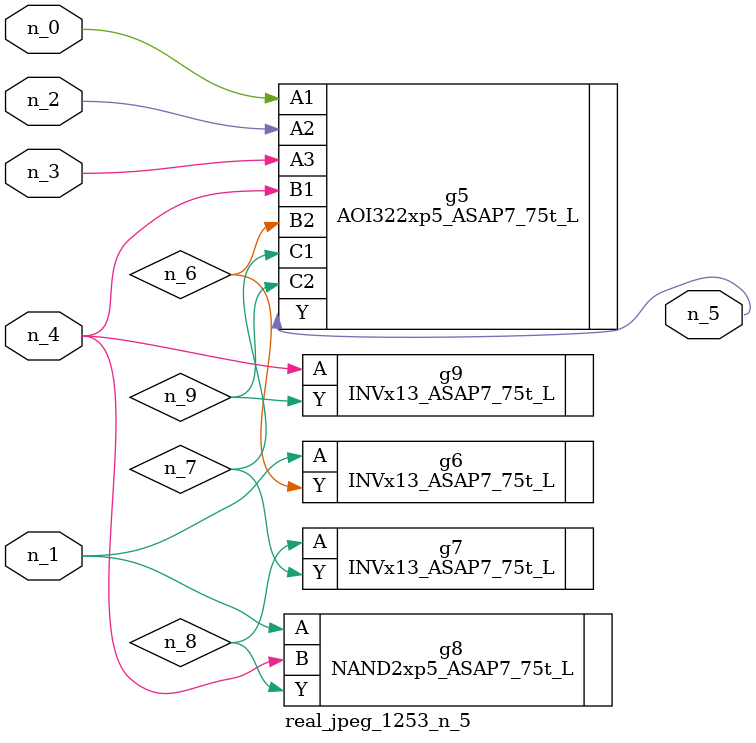
<source format=v>
module real_jpeg_1253_n_5 (n_4, n_0, n_1, n_2, n_3, n_5);

input n_4;
input n_0;
input n_1;
input n_2;
input n_3;

output n_5;

wire n_8;
wire n_6;
wire n_7;
wire n_9;

AOI322xp5_ASAP7_75t_L g5 ( 
.A1(n_0),
.A2(n_2),
.A3(n_3),
.B1(n_4),
.B2(n_6),
.C1(n_7),
.C2(n_9),
.Y(n_5)
);

INVx13_ASAP7_75t_L g6 ( 
.A(n_1),
.Y(n_6)
);

NAND2xp5_ASAP7_75t_L g8 ( 
.A(n_1),
.B(n_4),
.Y(n_8)
);

INVx13_ASAP7_75t_L g9 ( 
.A(n_4),
.Y(n_9)
);

INVx13_ASAP7_75t_L g7 ( 
.A(n_8),
.Y(n_7)
);


endmodule
</source>
